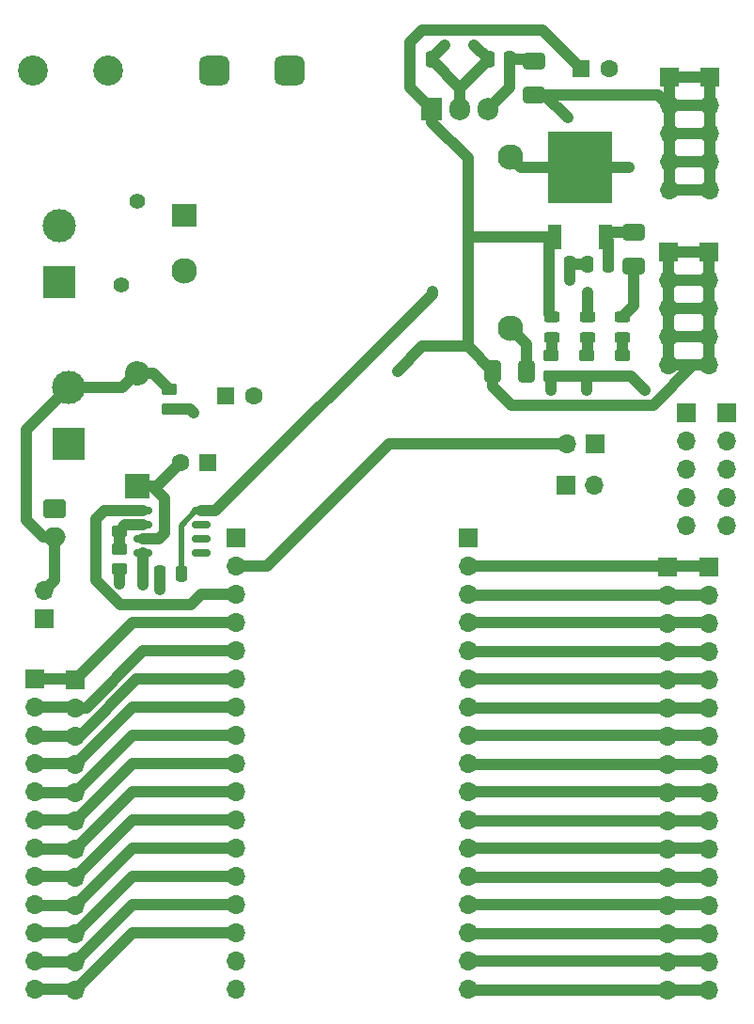
<source format=gtl>
G04 #@! TF.GenerationSoftware,KiCad,Pcbnew,(6.0.8)*
G04 #@! TF.CreationDate,2023-06-29T00:22:17-04:00*
G04 #@! TF.ProjectId,proyecto final,70726f79-6563-4746-9f20-66696e616c2e,rev?*
G04 #@! TF.SameCoordinates,Original*
G04 #@! TF.FileFunction,Copper,L1,Top*
G04 #@! TF.FilePolarity,Positive*
%FSLAX46Y46*%
G04 Gerber Fmt 4.6, Leading zero omitted, Abs format (unit mm)*
G04 Created by KiCad (PCBNEW (6.0.8)) date 2023-06-29 00:22:17*
%MOMM*%
%LPD*%
G01*
G04 APERTURE LIST*
G04 Aperture macros list*
%AMRoundRect*
0 Rectangle with rounded corners*
0 $1 Rounding radius*
0 $2 $3 $4 $5 $6 $7 $8 $9 X,Y pos of 4 corners*
0 Add a 4 corners polygon primitive as box body*
4,1,4,$2,$3,$4,$5,$6,$7,$8,$9,$2,$3,0*
0 Add four circle primitives for the rounded corners*
1,1,$1+$1,$2,$3*
1,1,$1+$1,$4,$5*
1,1,$1+$1,$6,$7*
1,1,$1+$1,$8,$9*
0 Add four rect primitives between the rounded corners*
20,1,$1+$1,$2,$3,$4,$5,0*
20,1,$1+$1,$4,$5,$6,$7,0*
20,1,$1+$1,$6,$7,$8,$9,0*
20,1,$1+$1,$8,$9,$2,$3,0*%
G04 Aperture macros list end*
G04 #@! TA.AperFunction,SMDPad,CuDef*
%ADD10R,1.200000X2.200000*%
G04 #@! TD*
G04 #@! TA.AperFunction,SMDPad,CuDef*
%ADD11R,5.800000X6.400000*%
G04 #@! TD*
G04 #@! TA.AperFunction,ComponentPad*
%ADD12C,1.400000*%
G04 #@! TD*
G04 #@! TA.AperFunction,ComponentPad*
%ADD13R,1.700000X1.700000*%
G04 #@! TD*
G04 #@! TA.AperFunction,ComponentPad*
%ADD14O,1.700000X1.700000*%
G04 #@! TD*
G04 #@! TA.AperFunction,SMDPad,CuDef*
%ADD15RoundRect,0.243750X0.456250X-0.243750X0.456250X0.243750X-0.456250X0.243750X-0.456250X-0.243750X0*%
G04 #@! TD*
G04 #@! TA.AperFunction,SMDPad,CuDef*
%ADD16RoundRect,0.250000X0.250000X0.475000X-0.250000X0.475000X-0.250000X-0.475000X0.250000X-0.475000X0*%
G04 #@! TD*
G04 #@! TA.AperFunction,SMDPad,CuDef*
%ADD17RoundRect,0.250000X-0.250000X-0.475000X0.250000X-0.475000X0.250000X0.475000X-0.250000X0.475000X0*%
G04 #@! TD*
G04 #@! TA.AperFunction,SMDPad,CuDef*
%ADD18RoundRect,0.250000X-0.450000X0.262500X-0.450000X-0.262500X0.450000X-0.262500X0.450000X0.262500X0*%
G04 #@! TD*
G04 #@! TA.AperFunction,SMDPad,CuDef*
%ADD19RoundRect,0.380000X-0.635000X0.380000X-0.635000X-0.380000X0.635000X-0.380000X0.635000X0.380000X0*%
G04 #@! TD*
G04 #@! TA.AperFunction,ComponentPad*
%ADD20R,2.300000X2.000000*%
G04 #@! TD*
G04 #@! TA.AperFunction,ComponentPad*
%ADD21C,2.300000*%
G04 #@! TD*
G04 #@! TA.AperFunction,SMDPad,CuDef*
%ADD22RoundRect,0.380000X0.380000X0.635000X-0.380000X0.635000X-0.380000X-0.635000X0.380000X-0.635000X0*%
G04 #@! TD*
G04 #@! TA.AperFunction,SMDPad,CuDef*
%ADD23RoundRect,0.250000X0.450000X-0.262500X0.450000X0.262500X-0.450000X0.262500X-0.450000X-0.262500X0*%
G04 #@! TD*
G04 #@! TA.AperFunction,SMDPad,CuDef*
%ADD24RoundRect,0.150000X-0.675000X-0.150000X0.675000X-0.150000X0.675000X0.150000X-0.675000X0.150000X0*%
G04 #@! TD*
G04 #@! TA.AperFunction,ComponentPad*
%ADD25R,1.905000X2.000000*%
G04 #@! TD*
G04 #@! TA.AperFunction,ComponentPad*
%ADD26O,1.905000X2.000000*%
G04 #@! TD*
G04 #@! TA.AperFunction,ComponentPad*
%ADD27R,3.000000X3.000000*%
G04 #@! TD*
G04 #@! TA.AperFunction,ComponentPad*
%ADD28C,3.000000*%
G04 #@! TD*
G04 #@! TA.AperFunction,ComponentPad*
%ADD29RoundRect,0.675000X0.675000X0.675000X-0.675000X0.675000X-0.675000X-0.675000X0.675000X-0.675000X0*%
G04 #@! TD*
G04 #@! TA.AperFunction,ComponentPad*
%ADD30C,2.700000*%
G04 #@! TD*
G04 #@! TA.AperFunction,ComponentPad*
%ADD31R,1.600000X1.600000*%
G04 #@! TD*
G04 #@! TA.AperFunction,ComponentPad*
%ADD32C,1.600000*%
G04 #@! TD*
G04 #@! TA.AperFunction,ComponentPad*
%ADD33R,2.200000X2.200000*%
G04 #@! TD*
G04 #@! TA.AperFunction,ComponentPad*
%ADD34O,2.200000X2.200000*%
G04 #@! TD*
G04 #@! TA.AperFunction,ComponentPad*
%ADD35RoundRect,0.250000X-0.750000X0.600000X-0.750000X-0.600000X0.750000X-0.600000X0.750000X0.600000X0*%
G04 #@! TD*
G04 #@! TA.AperFunction,ComponentPad*
%ADD36O,2.000000X1.700000*%
G04 #@! TD*
G04 #@! TA.AperFunction,ViaPad*
%ADD37C,0.750000*%
G04 #@! TD*
G04 #@! TA.AperFunction,Conductor*
%ADD38C,1.000000*%
G04 #@! TD*
G04 #@! TA.AperFunction,Conductor*
%ADD39C,0.500000*%
G04 #@! TD*
G04 APERTURE END LIST*
D10*
X158655000Y-69675000D03*
D11*
X160935000Y-63375000D03*
D10*
X163215000Y-69675000D03*
D12*
X121115000Y-66455000D03*
X119615000Y-73955000D03*
D13*
X174175000Y-85520000D03*
D14*
X174175000Y-88060000D03*
X174175000Y-90600000D03*
X174175000Y-93140000D03*
X174175000Y-95680000D03*
D15*
X161615000Y-78692500D03*
X161615000Y-76817500D03*
D16*
X163535000Y-72075000D03*
X161635000Y-72075000D03*
D17*
X158175000Y-72075000D03*
X160075000Y-72075000D03*
D18*
X123995000Y-83332500D03*
X123995000Y-85157500D03*
X161585000Y-80322500D03*
X161585000Y-82147500D03*
D13*
X168955000Y-71045000D03*
D14*
X168955000Y-73585000D03*
X168955000Y-76125000D03*
X168955000Y-78665000D03*
X168955000Y-81205000D03*
D13*
X112687379Y-104005000D03*
D14*
X112687379Y-101465000D03*
D18*
X119485000Y-94302500D03*
X119485000Y-96127500D03*
D19*
X165765000Y-69195000D03*
X165765000Y-72235000D03*
D16*
X154635000Y-53665000D03*
X152735000Y-53665000D03*
D13*
X111835000Y-109480000D03*
D14*
X111835000Y-112020000D03*
X111835000Y-114560000D03*
X111835000Y-117100000D03*
X111835000Y-119640000D03*
X111835000Y-122180000D03*
X111835000Y-124720000D03*
X111835000Y-127260000D03*
X111835000Y-129800000D03*
X111835000Y-132340000D03*
X111835000Y-134880000D03*
X111835000Y-137420000D03*
D17*
X145655000Y-53675000D03*
X147555000Y-53675000D03*
D13*
X115505000Y-109530000D03*
D14*
X115505000Y-112070000D03*
X115505000Y-114610000D03*
X115505000Y-117150000D03*
X115505000Y-119690000D03*
X115505000Y-122230000D03*
X115505000Y-124770000D03*
X115505000Y-127310000D03*
X115505000Y-129850000D03*
X115505000Y-132390000D03*
X115505000Y-134930000D03*
X115505000Y-137470000D03*
D13*
X172555000Y-99330000D03*
D14*
X172555000Y-101870000D03*
X172555000Y-104410000D03*
X172555000Y-106950000D03*
X172555000Y-109490000D03*
X172555000Y-112030000D03*
X172555000Y-114570000D03*
X172555000Y-117110000D03*
X172555000Y-119650000D03*
X172555000Y-122190000D03*
X172555000Y-124730000D03*
X172555000Y-127270000D03*
X172555000Y-129810000D03*
X172555000Y-132350000D03*
X172555000Y-134890000D03*
X172555000Y-137430000D03*
D19*
X156815000Y-53800000D03*
X156815000Y-56840000D03*
D20*
X125302500Y-67675000D03*
D21*
X125302500Y-72675000D03*
X154702500Y-62475000D03*
X154702500Y-77875000D03*
D22*
X156150000Y-81755000D03*
X153110000Y-81755000D03*
D23*
X119485000Y-99547500D03*
X119485000Y-97722500D03*
D24*
X121590000Y-94330000D03*
X121590000Y-95600000D03*
X121590000Y-96870000D03*
X121590000Y-98140000D03*
X126840000Y-98140000D03*
X126840000Y-96870000D03*
X126840000Y-95600000D03*
X126840000Y-94330000D03*
D13*
X130000000Y-96780000D03*
D14*
X130000000Y-99320000D03*
X130000000Y-101860000D03*
X130000000Y-104400000D03*
X130000000Y-106940000D03*
X130000000Y-109480000D03*
X130000000Y-112020000D03*
X130000000Y-114560000D03*
X130000000Y-117100000D03*
X130000000Y-119640000D03*
X130000000Y-122180000D03*
X130000000Y-124720000D03*
X130000000Y-127260000D03*
X130000000Y-129800000D03*
X130000000Y-132340000D03*
X130000000Y-134880000D03*
X130000000Y-137420000D03*
D18*
X158365000Y-80322500D03*
X158365000Y-82147500D03*
D25*
X147605000Y-58140000D03*
D26*
X150145000Y-58140000D03*
X152685000Y-58140000D03*
D15*
X164755000Y-78692500D03*
X164755000Y-76817500D03*
D27*
X114035000Y-73755000D03*
D28*
X114035000Y-68675000D03*
D29*
X134805000Y-54640000D03*
X128045000Y-54640000D03*
D30*
X111695000Y-54640000D03*
X118455000Y-54640000D03*
D16*
X125035000Y-99995000D03*
X123135000Y-99995000D03*
D27*
X114937379Y-88305000D03*
D28*
X114937379Y-83225000D03*
D18*
X164755000Y-80322500D03*
X164755000Y-82147500D03*
D15*
X158385000Y-78692500D03*
X158385000Y-76817500D03*
D13*
X168860000Y-99330000D03*
D14*
X168860000Y-101870000D03*
X168860000Y-104410000D03*
X168860000Y-106950000D03*
X168860000Y-109490000D03*
X168860000Y-112030000D03*
X168860000Y-114570000D03*
X168860000Y-117110000D03*
X168860000Y-119650000D03*
X168860000Y-122190000D03*
X168860000Y-124730000D03*
X168860000Y-127270000D03*
X168860000Y-129810000D03*
X168860000Y-132350000D03*
X168860000Y-134890000D03*
X168860000Y-137430000D03*
D31*
X127477379Y-89945000D03*
D32*
X124977379Y-89945000D03*
D13*
X172650000Y-55280000D03*
D14*
X172650000Y-57820000D03*
X172650000Y-60360000D03*
X172650000Y-62900000D03*
X172650000Y-65440000D03*
D31*
X161067621Y-54500000D03*
D32*
X163567621Y-54500000D03*
D13*
X168995000Y-55280000D03*
D14*
X168995000Y-57820000D03*
X168995000Y-60360000D03*
X168995000Y-62900000D03*
X168995000Y-65440000D03*
D33*
X121055000Y-92045000D03*
D34*
X121055000Y-81885000D03*
D31*
X129067621Y-84000000D03*
D32*
X131567621Y-84000000D03*
D13*
X170515000Y-85470000D03*
D14*
X170515000Y-88010000D03*
X170515000Y-90550000D03*
X170515000Y-93090000D03*
X170515000Y-95630000D03*
D13*
X150860000Y-96780000D03*
D14*
X150860000Y-99320000D03*
X150860000Y-101860000D03*
X150860000Y-104400000D03*
X150860000Y-106940000D03*
X150860000Y-109480000D03*
X150860000Y-112020000D03*
X150860000Y-114560000D03*
X150860000Y-117100000D03*
X150860000Y-119640000D03*
X150860000Y-122180000D03*
X150860000Y-124720000D03*
X150860000Y-127260000D03*
X150860000Y-129800000D03*
X150860000Y-132340000D03*
X150860000Y-134880000D03*
X150860000Y-137420000D03*
D35*
X113637379Y-94125000D03*
D36*
X113637379Y-96625000D03*
D13*
X162285000Y-88310000D03*
D14*
X159745000Y-88310000D03*
D13*
X172605000Y-71045000D03*
D14*
X172605000Y-73585000D03*
X172605000Y-76125000D03*
X172605000Y-78665000D03*
X172605000Y-81205000D03*
D13*
X159735000Y-91990000D03*
D14*
X162275000Y-91990000D03*
D37*
X144500000Y-81750000D03*
X151400000Y-52350000D03*
X166820000Y-83450000D03*
X160070000Y-73540000D03*
X161590000Y-83450000D03*
X126150000Y-85500000D03*
X123130000Y-101440000D03*
X148790000Y-52350000D03*
X119480000Y-100850000D03*
X121580000Y-100960000D03*
X158360000Y-83480000D03*
X165410000Y-63380000D03*
X147650000Y-74600000D03*
X159825000Y-58885000D03*
X161615000Y-74625000D03*
X165765000Y-75807500D03*
D38*
X146755000Y-79495000D02*
X144500000Y-81750000D01*
X150850000Y-79495000D02*
X146755000Y-79495000D01*
X146770000Y-51010000D02*
X157577621Y-51010000D01*
X157577621Y-51010000D02*
X161067621Y-54500000D01*
X145655000Y-52125000D02*
X146770000Y-51010000D01*
X145655000Y-53675000D02*
X145655000Y-52125000D01*
X122547500Y-81885000D02*
X123995000Y-83332500D01*
X121055000Y-81885000D02*
X122547500Y-81885000D01*
X122877379Y-92045000D02*
X122405000Y-92045000D01*
X124977379Y-89945000D02*
X122877379Y-92045000D01*
X123580000Y-93220000D02*
X122405000Y-92045000D01*
X123030000Y-96870000D02*
X123580000Y-96320000D01*
X121590000Y-96870000D02*
X123030000Y-96870000D01*
X123580000Y-96320000D02*
X123580000Y-93220000D01*
X122405000Y-92045000D02*
X121055000Y-92045000D01*
X119485000Y-96127500D02*
X119485000Y-97722500D01*
X121590000Y-95600000D02*
X120012500Y-95600000D01*
X120012500Y-95600000D02*
X119485000Y-96127500D01*
X126820000Y-101860000D02*
X130000000Y-101860000D01*
X125940000Y-102740000D02*
X126820000Y-101860000D01*
X119602234Y-102740000D02*
X125940000Y-102740000D01*
X117400000Y-100537766D02*
X119602234Y-102740000D01*
X118137500Y-94302500D02*
X118137500Y-94312500D01*
X118137500Y-94312500D02*
X117400000Y-95050000D01*
X117400000Y-95050000D02*
X117400000Y-100537766D01*
X121562500Y-94302500D02*
X118137500Y-94302500D01*
X121590000Y-94330000D02*
X121562500Y-94302500D01*
X147650000Y-74830000D02*
X147650000Y-74600000D01*
X126840000Y-94330000D02*
X128150000Y-94330000D01*
X128150000Y-94330000D02*
X147650000Y-74830000D01*
X150850000Y-79495000D02*
X153110000Y-81755000D01*
X168955000Y-73585000D02*
X172605000Y-73585000D01*
X158655000Y-69675000D02*
X150850000Y-69675000D01*
X158175000Y-72075000D02*
X158175000Y-70155000D01*
X147605000Y-59305000D02*
X147605000Y-58140000D01*
X150850000Y-62550000D02*
X147605000Y-59305000D01*
X167555000Y-84775000D02*
X171125000Y-81205000D01*
X158175000Y-76607500D02*
X158385000Y-76817500D01*
X153110000Y-83140000D02*
X154745000Y-84775000D01*
X172605000Y-71045000D02*
X168955000Y-71045000D01*
X158175000Y-72075000D02*
X158175000Y-76607500D01*
X172605000Y-76125000D02*
X168955000Y-76125000D01*
X150850000Y-69675000D02*
X150850000Y-79495000D01*
X168955000Y-71045000D02*
X168955000Y-81205000D01*
X145655000Y-53675000D02*
X145655000Y-56190000D01*
X154745000Y-84775000D02*
X167555000Y-84775000D01*
X171125000Y-81205000D02*
X172605000Y-81205000D01*
X153110000Y-81755000D02*
X153110000Y-83140000D01*
X145655000Y-56190000D02*
X147605000Y-58140000D01*
X172605000Y-81205000D02*
X168955000Y-81205000D01*
X150850000Y-69675000D02*
X150850000Y-62550000D01*
X158175000Y-70155000D02*
X158655000Y-69675000D01*
X172605000Y-81205000D02*
X172605000Y-71045000D01*
X168955000Y-78665000D02*
X172605000Y-78665000D01*
X165405000Y-63375000D02*
X165410000Y-63380000D01*
X121590000Y-98140000D02*
X121590000Y-100950000D01*
X160075000Y-73535000D02*
X160070000Y-73540000D01*
X150145000Y-56265000D02*
X152735000Y-53675000D01*
X123995000Y-85157500D02*
X125807500Y-85157500D01*
X121590000Y-100950000D02*
X121580000Y-100960000D01*
X119485000Y-100845000D02*
X119480000Y-100850000D01*
X158365000Y-82147500D02*
X158365000Y-83475000D01*
X147555000Y-53675000D02*
X147555000Y-53585000D01*
X164755000Y-82147500D02*
X165517500Y-82147500D01*
X119485000Y-99547500D02*
X119485000Y-100845000D01*
X160935000Y-63375000D02*
X155602500Y-63375000D01*
X161635000Y-72075000D02*
X160075000Y-72075000D01*
X152715000Y-53665000D02*
X151400000Y-52350000D01*
X155602500Y-63375000D02*
X154702500Y-62475000D01*
X160935000Y-63375000D02*
X165405000Y-63375000D01*
X147555000Y-53585000D02*
X148790000Y-52350000D01*
X160075000Y-72075000D02*
X160075000Y-73535000D01*
X165517500Y-82147500D02*
X166820000Y-83450000D01*
X123135000Y-101435000D02*
X123130000Y-101440000D01*
X152735000Y-53665000D02*
X152715000Y-53665000D01*
X150145000Y-58140000D02*
X150145000Y-56265000D01*
X152735000Y-53675000D02*
X152735000Y-53665000D01*
X161585000Y-82147500D02*
X161585000Y-83445000D01*
X158365000Y-82147500D02*
X164755000Y-82147500D01*
X158365000Y-83475000D02*
X158360000Y-83480000D01*
X123135000Y-99995000D02*
X123135000Y-101435000D01*
X125807500Y-85157500D02*
X126150000Y-85500000D01*
X150145000Y-56265000D02*
X147555000Y-53675000D01*
X161585000Y-83445000D02*
X161590000Y-83450000D01*
X165765000Y-69195000D02*
X163695000Y-69195000D01*
X163535000Y-69995000D02*
X163215000Y-69675000D01*
X163535000Y-72075000D02*
X163535000Y-69995000D01*
X163695000Y-69195000D02*
X163215000Y-69675000D01*
X156680000Y-53665000D02*
X156815000Y-53800000D01*
X154635000Y-53665000D02*
X156680000Y-53665000D01*
X154635000Y-53665000D02*
X154635000Y-56190000D01*
X154635000Y-56190000D02*
X152685000Y-58140000D01*
D39*
X125035000Y-99995000D02*
X125035000Y-95660761D01*
D38*
X168015000Y-56840000D02*
X168995000Y-57820000D01*
X172650000Y-65440000D02*
X168995000Y-65440000D01*
X168995000Y-55280000D02*
X168995000Y-65440000D01*
X168995000Y-62900000D02*
X172650000Y-62900000D01*
X159825000Y-58885000D02*
X159825000Y-58875000D01*
X172650000Y-60360000D02*
X168995000Y-60360000D01*
X161615000Y-76817500D02*
X161615000Y-74625000D01*
X172650000Y-55280000D02*
X168995000Y-55280000D01*
X156815000Y-56840000D02*
X168015000Y-56840000D01*
D39*
X125035000Y-95660761D02*
X126365761Y-94330000D01*
D38*
X157790000Y-56840000D02*
X156815000Y-56840000D01*
X172650000Y-55280000D02*
X172650000Y-65440000D01*
D39*
X126365761Y-94330000D02*
X126840000Y-94330000D01*
D38*
X159825000Y-58875000D02*
X157790000Y-56840000D01*
X168995000Y-57820000D02*
X172650000Y-57820000D01*
X111137379Y-95125000D02*
X112637379Y-96625000D01*
X114937379Y-83225000D02*
X119715000Y-83225000D01*
X111137379Y-87025000D02*
X111137379Y-95125000D01*
X113637379Y-96625000D02*
X113637379Y-100515000D01*
X113637379Y-100515000D02*
X112687379Y-101465000D01*
X112637379Y-96625000D02*
X113637379Y-96625000D01*
X114937379Y-83225000D02*
X111137379Y-87025000D01*
X119715000Y-83225000D02*
X121055000Y-81885000D01*
X143810000Y-88310000D02*
X159745000Y-88310000D01*
X132800000Y-99320000D02*
X143810000Y-88310000D01*
X130000000Y-99320000D02*
X132800000Y-99320000D01*
X115455000Y-109480000D02*
X115505000Y-109530000D01*
X111835000Y-109480000D02*
X115455000Y-109480000D01*
X120635000Y-104400000D02*
X115505000Y-109530000D01*
X130000000Y-104400000D02*
X120635000Y-104400000D01*
X111835000Y-112020000D02*
X115455000Y-112020000D01*
X130000000Y-106940000D02*
X121610000Y-106940000D01*
X115455000Y-112020000D02*
X115505000Y-112070000D01*
X116480000Y-112070000D02*
X115505000Y-112070000D01*
X121610000Y-106940000D02*
X116480000Y-112070000D01*
X115900000Y-114610000D02*
X115505000Y-114610000D01*
X111885000Y-114610000D02*
X111835000Y-114560000D01*
X115505000Y-114610000D02*
X111885000Y-114610000D01*
X130000000Y-109480000D02*
X121030000Y-109480000D01*
X121030000Y-109480000D02*
X115900000Y-114610000D01*
X115455000Y-117100000D02*
X115505000Y-117150000D01*
X118465000Y-114190000D02*
X115505000Y-117150000D01*
X118490000Y-114190000D02*
X118465000Y-114190000D01*
X111835000Y-117100000D02*
X115455000Y-117100000D01*
X130000000Y-112020000D02*
X120660000Y-112020000D01*
X120660000Y-112020000D02*
X118490000Y-114190000D01*
X111885000Y-119690000D02*
X111835000Y-119640000D01*
X130000000Y-114560000D02*
X120635000Y-114560000D01*
X115505000Y-119690000D02*
X111885000Y-119690000D01*
X120635000Y-114560000D02*
X115505000Y-119690000D01*
X130000000Y-117100000D02*
X120635000Y-117100000D01*
X120635000Y-117100000D02*
X115505000Y-122230000D01*
X111835000Y-122180000D02*
X115455000Y-122180000D01*
X115455000Y-122180000D02*
X115505000Y-122230000D01*
X120635000Y-119640000D02*
X115505000Y-124770000D01*
X115505000Y-124770000D02*
X111885000Y-124770000D01*
X130000000Y-119640000D02*
X120635000Y-119640000D01*
X111885000Y-124770000D02*
X111835000Y-124720000D01*
X130000000Y-122180000D02*
X120635000Y-122180000D01*
X111835000Y-127260000D02*
X115455000Y-127260000D01*
X120635000Y-122180000D02*
X115505000Y-127310000D01*
X115455000Y-127260000D02*
X115505000Y-127310000D01*
X115505000Y-129850000D02*
X111885000Y-129850000D01*
X130000000Y-124720000D02*
X120635000Y-124720000D01*
X111885000Y-129850000D02*
X111835000Y-129800000D01*
X120635000Y-124720000D02*
X115505000Y-129850000D01*
X111835000Y-132340000D02*
X115455000Y-132340000D01*
X130000000Y-127260000D02*
X120635000Y-127260000D01*
X115455000Y-132340000D02*
X115505000Y-132390000D01*
X120635000Y-127260000D02*
X115505000Y-132390000D01*
X130000000Y-129800000D02*
X120635000Y-129800000D01*
X120635000Y-129800000D02*
X115505000Y-134930000D01*
X111885000Y-134930000D02*
X111835000Y-134880000D01*
X115505000Y-134930000D02*
X111885000Y-134930000D01*
X120635000Y-132340000D02*
X115505000Y-137470000D01*
X115455000Y-137420000D02*
X115505000Y-137470000D01*
X111835000Y-137420000D02*
X115455000Y-137420000D01*
X130000000Y-132340000D02*
X120635000Y-132340000D01*
X172545000Y-99320000D02*
X172555000Y-99330000D01*
X150860000Y-99320000D02*
X172545000Y-99320000D01*
X150870000Y-101870000D02*
X150860000Y-101860000D01*
X172555000Y-101870000D02*
X150870000Y-101870000D01*
X150860000Y-104400000D02*
X172545000Y-104400000D01*
X172545000Y-104400000D02*
X172555000Y-104410000D01*
X172555000Y-106950000D02*
X150870000Y-106950000D01*
X150870000Y-106950000D02*
X150860000Y-106940000D01*
X172545000Y-109480000D02*
X172555000Y-109490000D01*
X150860000Y-109480000D02*
X172545000Y-109480000D01*
X172555000Y-112030000D02*
X150870000Y-112030000D01*
X150870000Y-112030000D02*
X150860000Y-112020000D01*
X150860000Y-114560000D02*
X172545000Y-114560000D01*
X172545000Y-114560000D02*
X172555000Y-114570000D01*
X172555000Y-117110000D02*
X150870000Y-117110000D01*
X150870000Y-117110000D02*
X150860000Y-117100000D01*
X172545000Y-119640000D02*
X172555000Y-119650000D01*
X150860000Y-119640000D02*
X172545000Y-119640000D01*
X150870000Y-122190000D02*
X150860000Y-122180000D01*
X172555000Y-122190000D02*
X150870000Y-122190000D01*
X172545000Y-124720000D02*
X172555000Y-124730000D01*
X150860000Y-124720000D02*
X172545000Y-124720000D01*
X172555000Y-127270000D02*
X150870000Y-127270000D01*
X150870000Y-127270000D02*
X150860000Y-127260000D01*
X172545000Y-129800000D02*
X172555000Y-129810000D01*
X150860000Y-129800000D02*
X172545000Y-129800000D01*
X172555000Y-132350000D02*
X150870000Y-132350000D01*
X150870000Y-132350000D02*
X150860000Y-132340000D01*
X172545000Y-134880000D02*
X172555000Y-134890000D01*
X150860000Y-134880000D02*
X172545000Y-134880000D01*
X172555000Y-137430000D02*
X150870000Y-137430000D01*
X150870000Y-137430000D02*
X150860000Y-137420000D01*
X156150000Y-79322500D02*
X154702500Y-77875000D01*
X156150000Y-81755000D02*
X156150000Y-79322500D01*
X165765000Y-72235000D02*
X165765000Y-75807500D01*
X165765000Y-75807500D02*
X164755000Y-76817500D01*
X158385000Y-80302500D02*
X158365000Y-80322500D01*
X158385000Y-78692500D02*
X158385000Y-80302500D01*
X161615000Y-78692500D02*
X161615000Y-80292500D01*
X161615000Y-80292500D02*
X161585000Y-80322500D01*
X164755000Y-78692500D02*
X164755000Y-80322500D01*
M02*

</source>
